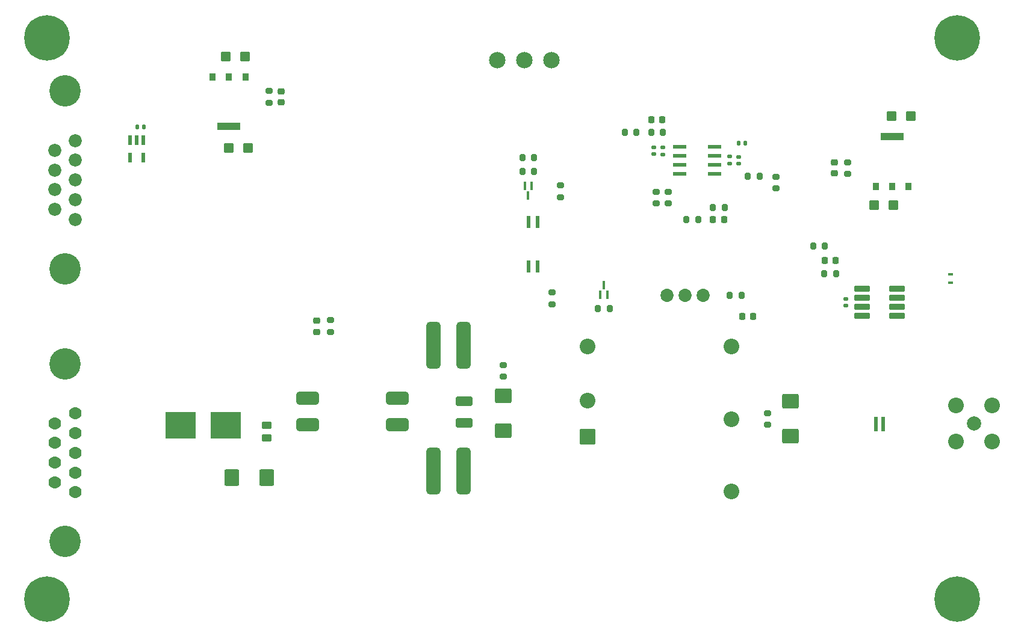
<source format=gbr>
%TF.GenerationSoftware,KiCad,Pcbnew,9.0.3*%
%TF.CreationDate,2025-09-16T13:04:12-04:00*%
%TF.ProjectId,CAEN_NEVIS_DAQ_12V,4341454e-5f4e-4455-9649-535f4441515f,rev?*%
%TF.SameCoordinates,Original*%
%TF.FileFunction,Soldermask,Top*%
%TF.FilePolarity,Negative*%
%FSLAX46Y46*%
G04 Gerber Fmt 4.6, Leading zero omitted, Abs format (unit mm)*
G04 Created by KiCad (PCBNEW 9.0.3) date 2025-09-16 13:04:12*
%MOMM*%
%LPD*%
G01*
G04 APERTURE LIST*
G04 Aperture macros list*
%AMRoundRect*
0 Rectangle with rounded corners*
0 $1 Rounding radius*
0 $2 $3 $4 $5 $6 $7 $8 $9 X,Y pos of 4 corners*
0 Add a 4 corners polygon primitive as box body*
4,1,4,$2,$3,$4,$5,$6,$7,$8,$9,$2,$3,0*
0 Add four circle primitives for the rounded corners*
1,1,$1+$1,$2,$3*
1,1,$1+$1,$4,$5*
1,1,$1+$1,$6,$7*
1,1,$1+$1,$8,$9*
0 Add four rect primitives between the rounded corners*
20,1,$1+$1,$2,$3,$4,$5,0*
20,1,$1+$1,$4,$5,$6,$7,0*
20,1,$1+$1,$6,$7,$8,$9,0*
20,1,$1+$1,$8,$9,$2,$3,0*%
G04 Aperture macros list end*
%ADD10RoundRect,0.200000X-0.275000X0.200000X-0.275000X-0.200000X0.275000X-0.200000X0.275000X0.200000X0*%
%ADD11RoundRect,0.250000X-0.450000X-0.425000X0.450000X-0.425000X0.450000X0.425000X-0.450000X0.425000X0*%
%ADD12R,0.889000X1.016000*%
%ADD13R,3.200000X1.000000*%
%ADD14RoundRect,0.200000X0.200000X0.275000X-0.200000X0.275000X-0.200000X-0.275000X0.200000X-0.275000X0*%
%ADD15C,1.764000*%
%ADD16C,4.420000*%
%ADD17RoundRect,0.250000X0.925000X-0.787500X0.925000X0.787500X-0.925000X0.787500X-0.925000X-0.787500X0*%
%ADD18RoundRect,0.200000X0.275000X-0.200000X0.275000X0.200000X-0.275000X0.200000X-0.275000X-0.200000X0*%
%ADD19RoundRect,0.225000X0.250000X-0.225000X0.250000X0.225000X-0.250000X0.225000X-0.250000X-0.225000X0*%
%ADD20RoundRect,0.225000X0.225000X0.250000X-0.225000X0.250000X-0.225000X-0.250000X0.225000X-0.250000X0*%
%ADD21C,6.400000*%
%ADD22C,1.854000*%
%ADD23R,0.558800X1.473200*%
%ADD24R,4.241800X3.810000*%
%ADD25C,2.006600*%
%ADD26C,2.209800*%
%ADD27RoundRect,0.250000X0.450000X0.425000X-0.450000X0.425000X-0.450000X-0.425000X0.450000X-0.425000X0*%
%ADD28R,0.350800X1.161200*%
%ADD29RoundRect,0.225000X-0.250000X0.225000X-0.250000X-0.225000X0.250000X-0.225000X0.250000X0.225000X0*%
%ADD30R,0.584200X2.159000*%
%ADD31R,0.558800X1.651000*%
%ADD32RoundRect,0.140000X-0.170000X0.140000X-0.170000X-0.140000X0.170000X-0.140000X0.170000X0.140000X0*%
%ADD33RoundRect,0.250000X0.450000X-0.262500X0.450000X0.262500X-0.450000X0.262500X-0.450000X-0.262500X0*%
%ADD34RoundRect,0.140000X-0.140000X-0.170000X0.140000X-0.170000X0.140000X0.170000X-0.140000X0.170000X0*%
%ADD35RoundRect,0.225000X-0.225000X-0.250000X0.225000X-0.250000X0.225000X0.250000X-0.225000X0.250000X0*%
%ADD36RoundRect,0.140000X0.170000X-0.140000X0.170000X0.140000X-0.170000X0.140000X-0.170000X-0.140000X0*%
%ADD37RoundRect,0.100500X0.986500X0.301500X-0.986500X0.301500X-0.986500X-0.301500X0.986500X-0.301500X0*%
%ADD38R,1.981200X0.558800*%
%ADD39RoundRect,0.200000X-0.200000X-0.275000X0.200000X-0.275000X0.200000X0.275000X-0.200000X0.275000X0*%
%ADD40RoundRect,0.102000X1.000000X-1.000000X1.000000X1.000000X-1.000000X1.000000X-1.000000X-1.000000X0*%
%ADD41C,2.204000*%
%ADD42RoundRect,0.500000X-0.500000X-2.800000X0.500000X-2.800000X0.500000X2.800000X-0.500000X2.800000X0*%
%ADD43RoundRect,0.250000X0.787500X0.925000X-0.787500X0.925000X-0.787500X-0.925000X0.787500X-0.925000X0*%
%ADD44RoundRect,0.135000X0.185000X-0.135000X0.185000X0.135000X-0.185000X0.135000X-0.185000X-0.135000X0*%
%ADD45C,1.839000*%
%ADD46RoundRect,0.250000X0.925000X-0.412500X0.925000X0.412500X-0.925000X0.412500X-0.925000X-0.412500X0*%
%ADD47RoundRect,0.475000X1.125000X-0.475000X1.125000X0.475000X-1.125000X0.475000X-1.125000X-0.475000X0*%
%ADD48C,2.304000*%
%ADD49R,0.711200X0.444500*%
G04 APERTURE END LIST*
D10*
%TO.C,R2*%
X143110000Y-90055000D03*
X143110000Y-91705000D03*
%TD*%
D11*
%TO.C,C14*%
X104580000Y-59510000D03*
X107280000Y-59510000D03*
%TD*%
D12*
%TO.C,U4*%
X195518600Y-64922500D03*
X197830000Y-64922500D03*
X200141400Y-64922500D03*
D13*
X197830000Y-57930000D03*
%TD*%
D14*
%TO.C,R23*%
X179215000Y-63510000D03*
X177565000Y-63510000D03*
%TD*%
%TO.C,R26*%
X170555000Y-69550000D03*
X168905000Y-69550000D03*
%TD*%
%TO.C,R8*%
X147485000Y-62840000D03*
X145835000Y-62840000D03*
%TD*%
D11*
%TO.C,C12*%
X104151000Y-46660000D03*
X106851000Y-46660000D03*
%TD*%
D15*
%TO.C,J1*%
X82920000Y-96870000D03*
X82920000Y-99640000D03*
X82920000Y-102410000D03*
X82920000Y-105180000D03*
X82920000Y-107950000D03*
X80080000Y-98255000D03*
X80080000Y-101025000D03*
X80080000Y-103795000D03*
X80080000Y-106565000D03*
D16*
X81500000Y-89910000D03*
X81500000Y-114910000D03*
%TD*%
D17*
%TO.C,C8*%
X143120000Y-99282500D03*
X143120000Y-94357500D03*
%TD*%
D14*
%TO.C,R9*%
X176655000Y-80240000D03*
X175005000Y-80240000D03*
%TD*%
D18*
%TO.C,R18*%
X164626200Y-67330000D03*
X164626200Y-65680000D03*
%TD*%
D14*
%TO.C,R15*%
X189965000Y-77220000D03*
X188315000Y-77220000D03*
%TD*%
D19*
%TO.C,C13*%
X111948500Y-53105000D03*
X111948500Y-51555000D03*
%TD*%
D14*
%TO.C,R21*%
X161861200Y-57305000D03*
X160211200Y-57305000D03*
%TD*%
D20*
%TO.C,C20*%
X189925000Y-75370000D03*
X188375000Y-75370000D03*
%TD*%
D21*
%TO.C,H4*%
X207000000Y-123000000D03*
%TD*%
D22*
%TO.C,J10*%
X166190000Y-80240000D03*
X168730000Y-80240000D03*
X171270000Y-80240000D03*
%TD*%
D23*
%TO.C,U3*%
X92540001Y-58436200D03*
X91590000Y-58436200D03*
X90639999Y-58436200D03*
X90639999Y-60823800D03*
X92540001Y-60823800D03*
%TD*%
D14*
%TO.C,R16*%
X188375000Y-73280000D03*
X186725000Y-73280000D03*
%TD*%
D24*
%TO.C,F1*%
X97762300Y-98520000D03*
X104137700Y-98520000D03*
%TD*%
D25*
%TO.C,J4*%
X209360000Y-98310000D03*
D26*
X211900000Y-95770000D03*
X206820000Y-95770000D03*
X206820000Y-100850000D03*
X211900000Y-100850000D03*
%TD*%
D21*
%TO.C,H3*%
X79000000Y-123000000D03*
%TD*%
D27*
%TO.C,C16*%
X198043900Y-67552500D03*
X195343900Y-67552500D03*
%TD*%
D28*
%TO.C,M2*%
X147160000Y-64830000D03*
X146160002Y-64830000D03*
X146660001Y-66180000D03*
%TD*%
D14*
%TO.C,R25*%
X174295000Y-67860000D03*
X172645000Y-67860000D03*
%TD*%
D18*
%TO.C,R30*%
X118840000Y-85385000D03*
X118840000Y-83735000D03*
%TD*%
D20*
%TO.C,C23*%
X165531200Y-55545000D03*
X163981200Y-55545000D03*
%TD*%
D29*
%TO.C,C18*%
X189701400Y-61542500D03*
X189701400Y-63092500D03*
%TD*%
D14*
%TO.C,R7*%
X147495000Y-60860000D03*
X145845000Y-60860000D03*
%TD*%
D30*
%TO.C,R14*%
X195526600Y-98330000D03*
X196593400Y-98330000D03*
%TD*%
D11*
%TO.C,C17*%
X197801400Y-55012500D03*
X200501400Y-55012500D03*
%TD*%
D31*
%TO.C,Q1*%
X147935000Y-69915800D03*
X146665000Y-69915800D03*
X146665000Y-76164200D03*
X147935000Y-76164200D03*
%TD*%
D18*
%TO.C,R1*%
X180300000Y-98455000D03*
X180300000Y-96805000D03*
%TD*%
D32*
%TO.C,C19*%
X191360000Y-80740000D03*
X191360000Y-81700000D03*
%TD*%
D33*
%TO.C,R10*%
X109870000Y-100332500D03*
X109870000Y-98507500D03*
%TD*%
D12*
%TO.C,U2*%
X106879900Y-49497500D03*
X104568500Y-49497500D03*
X102257100Y-49497500D03*
D13*
X104568500Y-56490000D03*
%TD*%
D34*
%TO.C,C21*%
X176220000Y-58810000D03*
X177180000Y-58810000D03*
%TD*%
D35*
%TO.C,C11*%
X176765000Y-83250000D03*
X178315000Y-83250000D03*
%TD*%
D36*
%TO.C,C24*%
X176230000Y-61700000D03*
X176230000Y-60740000D03*
%TD*%
D37*
%TO.C,U5*%
X198550000Y-83125000D03*
X198550000Y-81855000D03*
X198550000Y-80585000D03*
X198550000Y-79315000D03*
X193610000Y-79315000D03*
X193610000Y-80585000D03*
X193610000Y-81855000D03*
X193610000Y-83125000D03*
%TD*%
D10*
%TO.C,R19*%
X166346200Y-65680000D03*
X166346200Y-67330000D03*
%TD*%
D17*
%TO.C,C7*%
X183520000Y-100092500D03*
X183520000Y-95167500D03*
%TD*%
D20*
%TO.C,C25*%
X174195000Y-69570000D03*
X172645000Y-69570000D03*
%TD*%
D10*
%TO.C,R13*%
X191591400Y-61497500D03*
X191591400Y-63147500D03*
%TD*%
D38*
%TO.C,U6*%
X167942400Y-59300000D03*
X167942400Y-60570000D03*
X167942400Y-61840000D03*
X167942400Y-63110000D03*
X172870000Y-63110000D03*
X172870000Y-61840000D03*
X172870000Y-60570000D03*
X172870000Y-59300000D03*
%TD*%
D28*
%TO.C,M1*%
X156790001Y-80145000D03*
X157789999Y-80145000D03*
X157290000Y-78795000D03*
%TD*%
D39*
%TO.C,R6*%
X156464999Y-82135000D03*
X158114999Y-82135000D03*
%TD*%
D40*
%TO.C,U1*%
X154980000Y-100150000D03*
D41*
X154980000Y-95050000D03*
X175280000Y-107850000D03*
X175280000Y-97650000D03*
X175280000Y-87450000D03*
X154980000Y-87450000D03*
%TD*%
D42*
%TO.C,L2*%
X133325000Y-87290000D03*
X137525000Y-87290000D03*
%TD*%
D18*
%TO.C,R4*%
X149980000Y-81485000D03*
X149980000Y-79835000D03*
%TD*%
D36*
%TO.C,C22*%
X164326200Y-60385000D03*
X164326200Y-59425000D03*
%TD*%
D43*
%TO.C,C10*%
X109870000Y-105860000D03*
X104945000Y-105860000D03*
%TD*%
D21*
%TO.C,H1*%
X79000000Y-44000000D03*
%TD*%
D14*
%TO.C,R20*%
X165611200Y-57305000D03*
X163961200Y-57305000D03*
%TD*%
D29*
%TO.C,C26*%
X116930000Y-83835000D03*
X116930000Y-85385000D03*
%TD*%
D21*
%TO.C,H2*%
X207000000Y-44000000D03*
%TD*%
D44*
%TO.C,R24*%
X175020000Y-61720000D03*
X175020000Y-60700000D03*
%TD*%
D45*
%TO.C,J2*%
X82920000Y-69540000D03*
X82920000Y-66770000D03*
X82920000Y-64000000D03*
X82920000Y-61230000D03*
X82920000Y-58460000D03*
X80080000Y-68155000D03*
X80080000Y-65385000D03*
X80080000Y-62615000D03*
X80080000Y-59845000D03*
D16*
X81500000Y-51500000D03*
X81500000Y-76500000D03*
%TD*%
D18*
%TO.C,R12*%
X110188500Y-53135000D03*
X110188500Y-51485000D03*
%TD*%
D44*
%TO.C,R17*%
X165596200Y-60435000D03*
X165596200Y-59415000D03*
%TD*%
D42*
%TO.C,L1*%
X133325000Y-104980000D03*
X137525000Y-104980000D03*
%TD*%
D46*
%TO.C,C9*%
X137620000Y-98230000D03*
X137620000Y-95155000D03*
%TD*%
D47*
%TO.C,L3*%
X128250000Y-94760000D03*
X128250000Y-98460000D03*
X115650000Y-98460000D03*
X115650000Y-94760000D03*
%TD*%
D34*
%TO.C,C15*%
X91635400Y-56496500D03*
X92595400Y-56496500D03*
%TD*%
D48*
%TO.C,J3*%
X149890000Y-47150000D03*
X146080000Y-47150000D03*
X142270000Y-47150000D03*
%TD*%
D49*
%TO.C,LED1*%
X206100000Y-78508650D03*
X206100000Y-77251350D03*
%TD*%
D18*
%TO.C,R22*%
X181490000Y-65195000D03*
X181490000Y-63545000D03*
%TD*%
D10*
%TO.C,R5*%
X151230000Y-64755000D03*
X151230000Y-66405000D03*
%TD*%
M02*

</source>
